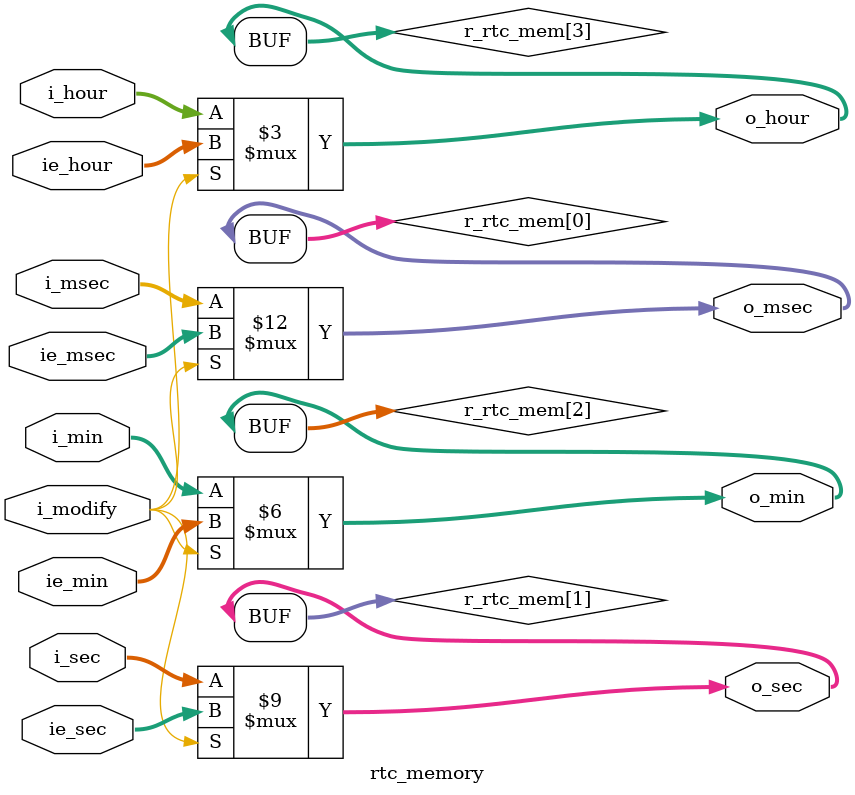
<source format=v>
`timescale 1ns / 1ps

module rtc_memory(
    input i_modify,
    input [7:0] i_msec,
    input [7:0] i_sec,
    input [7:0] i_min,
    input [7:0] i_hour,
    input [7:0] ie_msec,
    input [7:0] ie_sec,
    input [7:0] ie_min,
    input [7:0] ie_hour,
    output [7:0] o_msec,
    output [7:0] o_sec,
    output [7:0] o_min,
    output [7:0] o_hour
    );

    parameter MSEC = 0;
    parameter SEC  = 1;
    parameter MIN  = 2;
    parameter HOUR = 3;

    reg [7:0] r_rtc_mem[0:3];

    assign o_msec = r_rtc_mem[MSEC];
    assign o_sec  = r_rtc_mem[SEC] ;
    assign o_min  = r_rtc_mem[MIN] ;
    assign o_hour = r_rtc_mem[HOUR];

    always @(*) begin
        if (i_modify) begin
            r_rtc_mem[MSEC] = ie_msec;
            r_rtc_mem[SEC]  = ie_sec;
            r_rtc_mem[MIN]  = ie_min;
            r_rtc_mem[HOUR] = ie_hour;
        end
        else begin
            r_rtc_mem[MSEC] = i_msec;
            r_rtc_mem[SEC]   = i_sec;
            r_rtc_mem[MIN]   = i_min;
            r_rtc_mem[HOUR] = i_hour;
        end
    end

endmodule

</source>
